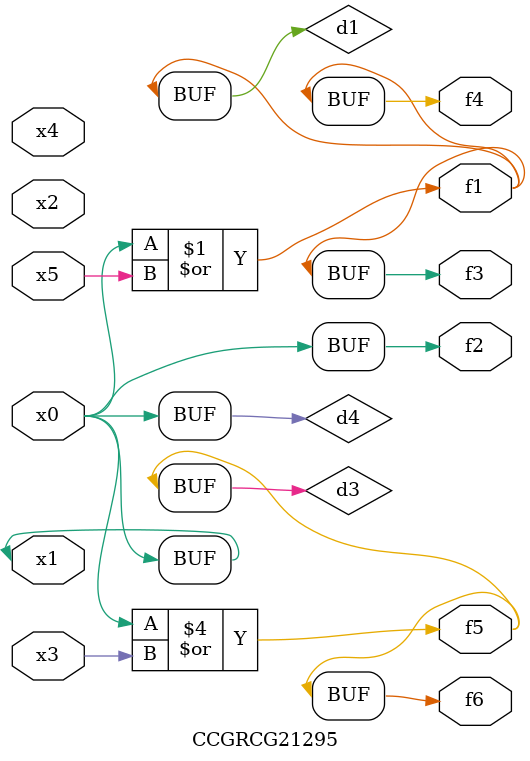
<source format=v>
module CCGRCG21295(
	input x0, x1, x2, x3, x4, x5,
	output f1, f2, f3, f4, f5, f6
);

	wire d1, d2, d3, d4;

	or (d1, x0, x5);
	xnor (d2, x1, x4);
	or (d3, x0, x3);
	buf (d4, x0, x1);
	assign f1 = d1;
	assign f2 = d4;
	assign f3 = d1;
	assign f4 = d1;
	assign f5 = d3;
	assign f6 = d3;
endmodule

</source>
